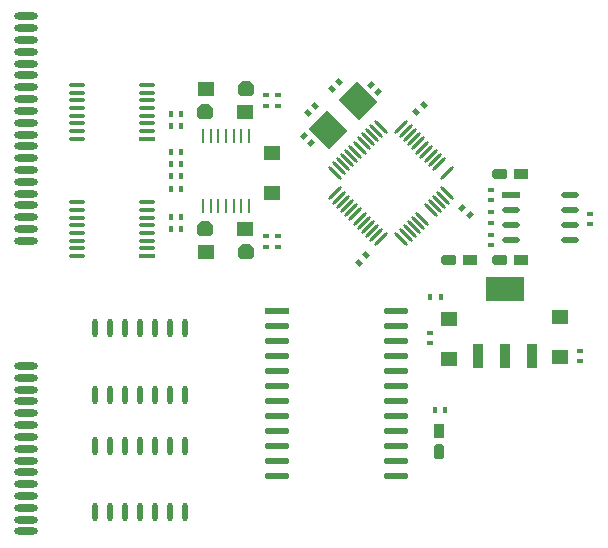
<source format=gtp>
G04*
G04 #@! TF.GenerationSoftware,Altium Limited,Altium Designer,18.1.9 (240)*
G04*
G04 Layer_Color=8421504*
%FSLAX25Y25*%
%MOIN*%
G70*
G01*
G75*
%ADD18R,0.01575X0.01968*%
G04:AMPARAMS|DCode=19|XSize=50mil|YSize=35mil|CornerRadius=0mil|HoleSize=0mil|Usage=FLASHONLY|Rotation=270.000|XOffset=0mil|YOffset=0mil|HoleType=Round|Shape=Octagon|*
%AMOCTAGOND19*
4,1,8,-0.00875,-0.02500,0.00875,-0.02500,0.01750,-0.01625,0.01750,0.01625,0.00875,0.02500,-0.00875,0.02500,-0.01750,0.01625,-0.01750,-0.01625,-0.00875,-0.02500,0.0*
%
%ADD19OCTAGOND19*%

%ADD20R,0.03500X0.05000*%
%ADD21R,0.01968X0.01575*%
%ADD22O,0.05906X0.01968*%
%ADD23R,0.05906X0.01968*%
%ADD24R,0.05000X0.03500*%
G04:AMPARAMS|DCode=25|XSize=50mil|YSize=35mil|CornerRadius=0mil|HoleSize=0mil|Usage=FLASHONLY|Rotation=180.000|XOffset=0mil|YOffset=0mil|HoleType=Round|Shape=Octagon|*
%AMOCTAGOND25*
4,1,8,-0.02500,0.00875,-0.02500,-0.00875,-0.01625,-0.01750,0.01625,-0.01750,0.02500,-0.00875,0.02500,0.00875,0.01625,0.01750,-0.01625,0.01750,-0.02500,0.00875,0.0*
%
%ADD25OCTAGOND25*%

%ADD26O,0.01772X0.06299*%
%ADD27O,0.07874X0.02362*%
%ADD28O,0.05512X0.01181*%
%ADD29R,0.05512X0.01181*%
%ADD30R,0.08268X0.02165*%
%ADD31O,0.08268X0.02165*%
G04:AMPARAMS|DCode=32|XSize=15.75mil|YSize=19.68mil|CornerRadius=0mil|HoleSize=0mil|Usage=FLASHONLY|Rotation=225.000|XOffset=0mil|YOffset=0mil|HoleType=Round|Shape=Rectangle|*
%AMROTATEDRECTD32*
4,1,4,-0.00139,0.01253,0.01253,-0.00139,0.00139,-0.01253,-0.01253,0.00139,-0.00139,0.01253,0.0*
%
%ADD32ROTATEDRECTD32*%

G04:AMPARAMS|DCode=33|XSize=15.75mil|YSize=19.68mil|CornerRadius=0mil|HoleSize=0mil|Usage=FLASHONLY|Rotation=135.000|XOffset=0mil|YOffset=0mil|HoleType=Round|Shape=Rectangle|*
%AMROTATEDRECTD33*
4,1,4,0.01253,0.00139,-0.00139,-0.01253,-0.01253,-0.00139,0.00139,0.01253,0.01253,0.00139,0.0*
%
%ADD33ROTATEDRECTD33*%

%ADD34R,0.05512X0.04724*%
%ADD35R,0.12598X0.08268*%
%ADD36R,0.03543X0.08268*%
G04:AMPARAMS|DCode=37|XSize=94.49mil|YSize=86.61mil|CornerRadius=0mil|HoleSize=0mil|Usage=FLASHONLY|Rotation=315.000|XOffset=0mil|YOffset=0mil|HoleType=Round|Shape=Rectangle|*
%AMROTATEDRECTD37*
4,1,4,-0.06403,0.00278,-0.00278,0.06403,0.06403,-0.00278,0.00278,-0.06403,-0.06403,0.00278,0.0*
%
%ADD37ROTATEDRECTD37*%

G04:AMPARAMS|DCode=38|XSize=9.84mil|YSize=61.02mil|CornerRadius=0mil|HoleSize=0mil|Usage=FLASHONLY|Rotation=45.000|XOffset=0mil|YOffset=0mil|HoleType=Round|Shape=Round|*
%AMOVALD38*
21,1,0.05118,0.00984,0.00000,0.00000,135.0*
1,1,0.00984,0.01810,-0.01810*
1,1,0.00984,-0.01810,0.01810*
%
%ADD38OVALD38*%

G04:AMPARAMS|DCode=39|XSize=9.84mil|YSize=61.02mil|CornerRadius=0mil|HoleSize=0mil|Usage=FLASHONLY|Rotation=315.000|XOffset=0mil|YOffset=0mil|HoleType=Round|Shape=Round|*
%AMOVALD39*
21,1,0.05118,0.00984,0.00000,0.00000,45.0*
1,1,0.00984,-0.01810,-0.01810*
1,1,0.00984,0.01810,0.01810*
%
%ADD39OVALD39*%

G04:AMPARAMS|DCode=40|XSize=55mil|YSize=50mil|CornerRadius=0mil|HoleSize=0mil|Usage=FLASHONLY|Rotation=0.000|XOffset=0mil|YOffset=0mil|HoleType=Round|Shape=Octagon|*
%AMOCTAGOND40*
4,1,8,0.02750,-0.01250,0.02750,0.01250,0.01500,0.02500,-0.01500,0.02500,-0.02750,0.01250,-0.02750,-0.01250,-0.01500,-0.02500,0.01500,-0.02500,0.02750,-0.01250,0.0*
%
%ADD40OCTAGOND40*%

%ADD41R,0.05500X0.05000*%
%ADD42O,0.00984X0.04724*%
%ADD43R,0.00984X0.04724*%
D18*
X138075Y78000D02*
D03*
X134729D02*
D03*
X139575Y40500D02*
D03*
X136229D02*
D03*
X48196Y104720D02*
D03*
X51543D02*
D03*
Y100681D02*
D03*
X48196D02*
D03*
X51543Y118312D02*
D03*
X48196D02*
D03*
X51543Y114269D02*
D03*
X48196D02*
D03*
Y126313D02*
D03*
X51543D02*
D03*
X48196Y122313D02*
D03*
X51543D02*
D03*
X48196Y139285D02*
D03*
X51543D02*
D03*
Y135209D02*
D03*
X48196D02*
D03*
D19*
X137596Y26499D02*
D03*
D20*
Y33499D02*
D03*
D21*
X188000Y105958D02*
D03*
Y102611D02*
D03*
X155001Y113711D02*
D03*
Y110364D02*
D03*
X155000Y102882D02*
D03*
X155000Y106425D02*
D03*
X155000Y95611D02*
D03*
Y98958D02*
D03*
X184500Y56642D02*
D03*
X184500Y60185D02*
D03*
X134500Y66271D02*
D03*
X134500Y62728D02*
D03*
X84042Y94839D02*
D03*
X84043Y98382D02*
D03*
X84043Y141882D02*
D03*
X84043Y145425D02*
D03*
X80043D02*
D03*
X80043Y141882D02*
D03*
X80042Y94839D02*
D03*
X80042Y98382D02*
D03*
D22*
X181342Y97075D02*
D03*
Y102075D02*
D03*
Y107075D02*
D03*
Y112075D02*
D03*
X161658Y97075D02*
D03*
Y102075D02*
D03*
Y107075D02*
D03*
D23*
Y112075D02*
D03*
D24*
X148000Y90474D02*
D03*
X164999Y119156D02*
D03*
Y90357D02*
D03*
D25*
X140999Y90474D02*
D03*
X158000Y119156D02*
D03*
Y90357D02*
D03*
D26*
X48000Y67700D02*
D03*
X43000D02*
D03*
X38000D02*
D03*
X33000D02*
D03*
X28000D02*
D03*
X23000D02*
D03*
X53000D02*
D03*
X53000Y45500D02*
D03*
X48000D02*
D03*
X43000D02*
D03*
X38000D02*
D03*
X33000D02*
D03*
X28000D02*
D03*
X23000D02*
D03*
X48043Y28500D02*
D03*
X43042D02*
D03*
X38043D02*
D03*
X33042D02*
D03*
X28043D02*
D03*
X23043D02*
D03*
X53043D02*
D03*
X53043Y6300D02*
D03*
X48043D02*
D03*
X43042D02*
D03*
X38043D02*
D03*
X33042D02*
D03*
X28043D02*
D03*
X23043D02*
D03*
D27*
X0Y171653D02*
D03*
Y167716D02*
D03*
Y163779D02*
D03*
Y159842D02*
D03*
Y155905D02*
D03*
Y151968D02*
D03*
Y148031D02*
D03*
Y144094D02*
D03*
Y140157D02*
D03*
Y136220D02*
D03*
Y132283D02*
D03*
Y128346D02*
D03*
Y124409D02*
D03*
Y120472D02*
D03*
Y116535D02*
D03*
Y112598D02*
D03*
Y108661D02*
D03*
Y104724D02*
D03*
Y100787D02*
D03*
Y96850D02*
D03*
D03*
Y55118D02*
D03*
D03*
D03*
Y51181D02*
D03*
Y47244D02*
D03*
Y43307D02*
D03*
Y39370D02*
D03*
Y35433D02*
D03*
Y31496D02*
D03*
Y27559D02*
D03*
Y23622D02*
D03*
Y19685D02*
D03*
Y15748D02*
D03*
Y11811D02*
D03*
Y7874D02*
D03*
Y3937D02*
D03*
Y0D02*
D03*
D03*
D28*
X16747Y130897D02*
D03*
Y133456D02*
D03*
Y136015D02*
D03*
Y138574D02*
D03*
Y141133D02*
D03*
Y143692D02*
D03*
Y146251D02*
D03*
Y148810D02*
D03*
X40369D02*
D03*
Y146251D02*
D03*
Y143692D02*
D03*
Y141133D02*
D03*
Y138574D02*
D03*
Y136015D02*
D03*
Y133456D02*
D03*
X16747Y91782D02*
D03*
Y94341D02*
D03*
Y96900D02*
D03*
Y99460D02*
D03*
Y102019D02*
D03*
Y104578D02*
D03*
Y107137D02*
D03*
Y109696D02*
D03*
X40369D02*
D03*
Y107137D02*
D03*
Y104578D02*
D03*
Y102019D02*
D03*
Y99460D02*
D03*
Y96900D02*
D03*
Y94341D02*
D03*
D29*
Y130897D02*
D03*
Y91782D02*
D03*
D30*
X83500Y73622D02*
D03*
D31*
Y68622D02*
D03*
Y63622D02*
D03*
Y58622D02*
D03*
Y53622D02*
D03*
Y48622D02*
D03*
Y43622D02*
D03*
Y38622D02*
D03*
Y33622D02*
D03*
Y28622D02*
D03*
X123264Y53622D02*
D03*
Y48622D02*
D03*
Y43622D02*
D03*
Y38622D02*
D03*
Y33622D02*
D03*
Y28622D02*
D03*
Y23622D02*
D03*
Y18622D02*
D03*
X83500D02*
D03*
Y23622D02*
D03*
X123264Y73622D02*
D03*
Y68622D02*
D03*
Y63622D02*
D03*
Y58622D02*
D03*
D32*
X101790Y147393D02*
D03*
X104156Y149759D02*
D03*
X96295Y141897D02*
D03*
X93790Y139392D02*
D03*
X130043Y139645D02*
D03*
X132548Y142150D02*
D03*
X113295Y92121D02*
D03*
X110790Y89616D02*
D03*
D33*
X114790Y148898D02*
D03*
X117295Y146392D02*
D03*
X145290Y107933D02*
D03*
X147795Y105427D02*
D03*
X95043Y129341D02*
D03*
X92537Y131846D02*
D03*
D34*
X141000Y70925D02*
D03*
Y57539D02*
D03*
X178000Y58039D02*
D03*
Y71425D02*
D03*
X82042Y112689D02*
D03*
Y126075D02*
D03*
D35*
X159500Y80760D02*
D03*
D36*
X168555Y58319D02*
D03*
X159500D02*
D03*
X150445D02*
D03*
D37*
X100671Y133773D02*
D03*
X110414Y143517D02*
D03*
D38*
X118085Y134908D02*
D03*
X116693Y133517D02*
D03*
X115301Y132125D02*
D03*
X113909Y130733D02*
D03*
X112517Y129341D02*
D03*
X111125Y127949D02*
D03*
X109733Y126557D02*
D03*
X108341Y125165D02*
D03*
X106949Y123773D02*
D03*
X105558Y122381D02*
D03*
X104166Y120989D02*
D03*
X102774Y119597D02*
D03*
X125042Y97328D02*
D03*
X126434Y98720D02*
D03*
X127826Y100112D02*
D03*
X129218Y101504D02*
D03*
X130610Y102896D02*
D03*
X132002Y104288D02*
D03*
X134786Y107072D02*
D03*
X136178Y108464D02*
D03*
X137570Y109856D02*
D03*
X138962Y111248D02*
D03*
X140354Y112640D02*
D03*
D39*
X102774D02*
D03*
X104166Y111248D02*
D03*
X105558Y109856D02*
D03*
X106949Y108464D02*
D03*
X108341Y107072D02*
D03*
X109733Y105680D02*
D03*
X111125Y104288D02*
D03*
X112517Y102896D02*
D03*
X113909Y101504D02*
D03*
X115301Y100112D02*
D03*
X116693Y98720D02*
D03*
X118085Y97328D02*
D03*
X140354Y119597D02*
D03*
X137570Y122381D02*
D03*
X136178Y123773D02*
D03*
X134786Y125165D02*
D03*
X133394Y126557D02*
D03*
X132002Y127949D02*
D03*
X130610Y129341D02*
D03*
X129218Y130733D02*
D03*
X127826Y132125D02*
D03*
X126434Y133517D02*
D03*
X125042Y134908D02*
D03*
D40*
X73292Y93093D02*
D03*
Y147491D02*
D03*
X59543Y100633D02*
D03*
Y139633D02*
D03*
D41*
X59793Y93093D02*
D03*
Y147491D02*
D03*
X73043Y100633D02*
D03*
Y139633D02*
D03*
D42*
X58865Y131747D02*
D03*
X61424D02*
D03*
X63984D02*
D03*
X66543D02*
D03*
X69102D02*
D03*
X71661D02*
D03*
X74220D02*
D03*
Y108519D02*
D03*
X71661D02*
D03*
X69102D02*
D03*
X66543D02*
D03*
X63984D02*
D03*
X61424D02*
D03*
D43*
X58865D02*
D03*
M02*

</source>
